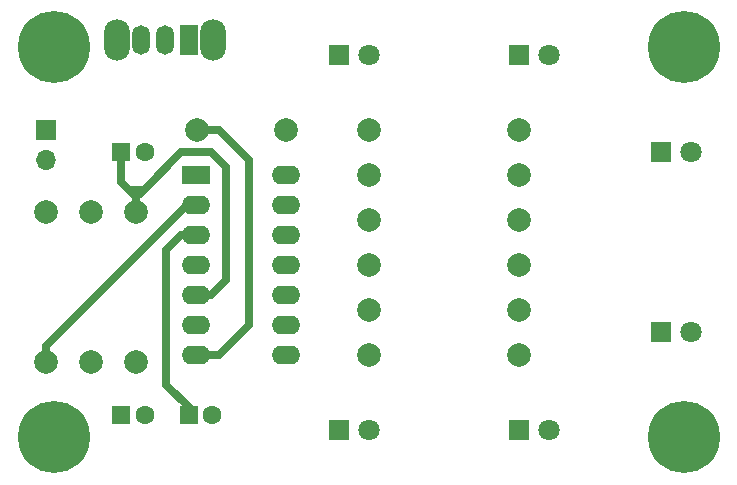
<source format=gbr>
%TF.GenerationSoftware,KiCad,Pcbnew,(5.1.12)-1*%
%TF.CreationDate,2022-01-16T14:32:37+01:00*%
%TF.ProjectId,pcb-luces-led-navidad,7063622d-6c75-4636-9573-2d6c65642d6e,R2*%
%TF.SameCoordinates,PX3072580PY3072580*%
%TF.FileFunction,Copper,L1,Top*%
%TF.FilePolarity,Positive*%
%FSLAX46Y46*%
G04 Gerber Fmt 4.6, Leading zero omitted, Abs format (unit mm)*
G04 Created by KiCad (PCBNEW (5.1.12)-1) date 2022-01-16 14:32:37*
%MOMM*%
%LPD*%
G01*
G04 APERTURE LIST*
%TA.AperFunction,ComponentPad*%
%ADD10C,6.096000*%
%TD*%
%TA.AperFunction,ComponentPad*%
%ADD11R,1.600000X1.600000*%
%TD*%
%TA.AperFunction,ComponentPad*%
%ADD12C,1.600000*%
%TD*%
%TA.AperFunction,ComponentPad*%
%ADD13C,2.000000*%
%TD*%
%TA.AperFunction,ComponentPad*%
%ADD14R,2.400000X1.600000*%
%TD*%
%TA.AperFunction,ComponentPad*%
%ADD15O,2.400000X1.600000*%
%TD*%
%TA.AperFunction,ComponentPad*%
%ADD16R,1.700000X1.700000*%
%TD*%
%TA.AperFunction,ComponentPad*%
%ADD17O,1.700000X1.700000*%
%TD*%
%TA.AperFunction,ComponentPad*%
%ADD18R,1.800000X1.800000*%
%TD*%
%TA.AperFunction,ComponentPad*%
%ADD19C,1.800000*%
%TD*%
%TA.AperFunction,ComponentPad*%
%ADD20R,1.500000X2.500000*%
%TD*%
%TA.AperFunction,ComponentPad*%
%ADD21O,1.500000X2.500000*%
%TD*%
%TA.AperFunction,ComponentPad*%
%ADD22O,2.200000X3.500000*%
%TD*%
%TA.AperFunction,Conductor*%
%ADD23C,0.635000*%
%TD*%
G04 APERTURE END LIST*
D10*
%TO.P,M3,*%
%TO.N,*%
X3175000Y-36195000D03*
%TD*%
%TO.P,M3,*%
%TO.N,*%
X3175000Y-3175000D03*
%TD*%
%TO.P,M3,*%
%TO.N,*%
X56515000Y-36195000D03*
%TD*%
%TO.P,M3,*%
%TO.N,*%
X56515000Y-3175000D03*
%TD*%
D11*
%TO.P,C3,1*%
%TO.N,Net-(C3-Pad1)*%
X8890000Y-12065000D03*
D12*
%TO.P,C3,2*%
%TO.N,GND*%
X10890000Y-12065000D03*
%TD*%
D13*
%TO.P,R3,2*%
%TO.N,Net-(C1-Pad1)*%
X2540000Y-17145000D03*
%TO.P,R3,1*%
%TO.N,Net-(R2-Pad2)*%
X2540000Y-29845000D03*
%TD*%
%TO.P,R9,2*%
%TO.N,Net-(C3-Pad1)*%
X10160000Y-17145000D03*
%TO.P,R9,1*%
%TO.N,Net-(R8-Pad2)*%
X10160000Y-29845000D03*
%TD*%
D14*
%TO.P,U1,1*%
%TO.N,Net-(C1-Pad1)*%
X15240000Y-13970000D03*
D15*
%TO.P,U1,8*%
%TO.N,Net-(R7-Pad2)*%
X22860000Y-29210000D03*
%TO.P,U1,2*%
%TO.N,Net-(R2-Pad2)*%
X15240000Y-16510000D03*
%TO.P,U1,9*%
%TO.N,Net-(R8-Pad2)*%
X22860000Y-26670000D03*
%TO.P,U1,3*%
%TO.N,Net-(C2-Pad1)*%
X15240000Y-19050000D03*
%TO.P,U1,10*%
%TO.N,Net-(R4-Pad2)*%
X22860000Y-24130000D03*
%TO.P,U1,4*%
%TO.N,Net-(R5-Pad2)*%
X15240000Y-21590000D03*
%TO.P,U1,11*%
X22860000Y-21590000D03*
%TO.P,U1,5*%
%TO.N,Net-(C3-Pad1)*%
X15240000Y-24130000D03*
%TO.P,U1,12*%
%TO.N,Net-(R1-Pad2)*%
X22860000Y-19050000D03*
%TO.P,U1,6*%
%TO.N,Net-(R8-Pad2)*%
X15240000Y-26670000D03*
%TO.P,U1,13*%
%TO.N,Net-(R2-Pad2)*%
X22860000Y-16510000D03*
%TO.P,U1,7*%
%TO.N,GND*%
X15240000Y-29210000D03*
%TO.P,U1,14*%
%TO.N,+BATT*%
X22860000Y-13970000D03*
%TD*%
D12*
%TO.P,C1,2*%
%TO.N,GND*%
X10890000Y-34290000D03*
D11*
%TO.P,C1,1*%
%TO.N,Net-(C1-Pad1)*%
X8890000Y-34290000D03*
%TD*%
%TO.P,C2,1*%
%TO.N,Net-(C2-Pad1)*%
X14605000Y-34290000D03*
D12*
%TO.P,C2,2*%
%TO.N,GND*%
X16605000Y-34290000D03*
%TD*%
D13*
%TO.P,C4,1*%
%TO.N,+BATT*%
X22860000Y-10160000D03*
%TO.P,C4,2*%
%TO.N,GND*%
X15360000Y-10160000D03*
%TD*%
%TO.P,R1,1*%
%TO.N,Net-(D2-Pad1)*%
X42545000Y-10160000D03*
%TO.P,R1,2*%
%TO.N,Net-(R1-Pad2)*%
X29845000Y-10160000D03*
%TD*%
%TO.P,R2,1*%
%TO.N,Net-(D1-Pad1)*%
X42545000Y-13970000D03*
%TO.P,R2,2*%
%TO.N,Net-(R2-Pad2)*%
X29845000Y-13970000D03*
%TD*%
%TO.P,R4,2*%
%TO.N,Net-(R4-Pad2)*%
X29845000Y-21590000D03*
%TO.P,R4,1*%
%TO.N,Net-(D4-Pad1)*%
X42545000Y-21590000D03*
%TD*%
%TO.P,R5,2*%
%TO.N,Net-(R5-Pad2)*%
X29845000Y-17780000D03*
%TO.P,R5,1*%
%TO.N,Net-(D3-Pad1)*%
X42545000Y-17780000D03*
%TD*%
%TO.P,R6,1*%
%TO.N,Net-(R5-Pad2)*%
X6350000Y-29845000D03*
%TO.P,R6,2*%
%TO.N,Net-(C2-Pad1)*%
X6350000Y-17145000D03*
%TD*%
%TO.P,R7,1*%
%TO.N,Net-(D6-Pad1)*%
X42545000Y-25400000D03*
%TO.P,R7,2*%
%TO.N,Net-(R7-Pad2)*%
X29845000Y-25400000D03*
%TD*%
%TO.P,R8,1*%
%TO.N,Net-(D5-Pad1)*%
X42545000Y-29210000D03*
%TO.P,R8,2*%
%TO.N,Net-(R8-Pad2)*%
X29845000Y-29210000D03*
%TD*%
D16*
%TO.P,BT1,1*%
%TO.N,Net-(BT1-Pad1)*%
X2540000Y-10160000D03*
D17*
%TO.P,BT1,2*%
%TO.N,GND*%
X2540000Y-12700000D03*
%TD*%
D18*
%TO.P,D1,1*%
%TO.N,Net-(D1-Pad1)*%
X27305000Y-3810000D03*
D19*
%TO.P,D1,2*%
%TO.N,+BATT*%
X29845000Y-3810000D03*
%TD*%
%TO.P,D2,2*%
%TO.N,+BATT*%
X45085000Y-3810000D03*
D18*
%TO.P,D2,1*%
%TO.N,Net-(D2-Pad1)*%
X42545000Y-3810000D03*
%TD*%
%TO.P,D3,1*%
%TO.N,Net-(D3-Pad1)*%
X54610000Y-12065000D03*
D19*
%TO.P,D3,2*%
%TO.N,+BATT*%
X57150000Y-12065000D03*
%TD*%
%TO.P,D4,2*%
%TO.N,+BATT*%
X57150000Y-27305000D03*
D18*
%TO.P,D4,1*%
%TO.N,Net-(D4-Pad1)*%
X54610000Y-27305000D03*
%TD*%
%TO.P,D5,1*%
%TO.N,Net-(D5-Pad1)*%
X42545000Y-35560000D03*
D19*
%TO.P,D5,2*%
%TO.N,+BATT*%
X45085000Y-35560000D03*
%TD*%
%TO.P,D6,2*%
%TO.N,+BATT*%
X29845000Y-35560000D03*
D18*
%TO.P,D6,1*%
%TO.N,Net-(D6-Pad1)*%
X27305000Y-35560000D03*
%TD*%
D20*
%TO.P,SW1,1*%
%TO.N,+BATT*%
X14605000Y-2540000D03*
D21*
%TO.P,SW1,2*%
%TO.N,Net-(BT1-Pad1)*%
X12605000Y-2540000D03*
%TO.P,SW1,3*%
%TO.N,Net-(SW1-Pad3)*%
X10605000Y-2540000D03*
D22*
%TO.P,SW1,*%
%TO.N,*%
X16705000Y-2540000D03*
X8505000Y-2540000D03*
%TD*%
D23*
%TO.N,Net-(R2-Pad2)*%
X2540000Y-28430787D02*
X14460787Y-16510000D01*
X2540000Y-29845000D02*
X2540000Y-28430787D01*
X14460787Y-16510000D02*
X15240000Y-16510000D01*
%TO.N,Net-(C3-Pad1)*%
X16510000Y-24130000D02*
X15240000Y-24130000D01*
X17780000Y-22860000D02*
X16510000Y-24130000D01*
X16510000Y-12065000D02*
X17780000Y-13335000D01*
X13970000Y-12065000D02*
X16510000Y-12065000D01*
X17780000Y-13335000D02*
X17780000Y-22860000D01*
X10160000Y-17145000D02*
X10160000Y-15875000D01*
X8890000Y-12065000D02*
X8890000Y-14605000D01*
X9525000Y-15240000D02*
X10795000Y-15240000D01*
X10160000Y-15875000D02*
X10795000Y-15240000D01*
X8890000Y-14605000D02*
X9525000Y-15240000D01*
X10795000Y-15240000D02*
X13970000Y-12065000D01*
X9525000Y-15240000D02*
X10160000Y-15875000D01*
%TO.N,Net-(C2-Pad1)*%
X14605000Y-34290000D02*
X14605000Y-33655000D01*
X14605000Y-33655000D02*
X12700000Y-31750000D01*
X12700000Y-31750000D02*
X12700000Y-20320000D01*
X13970000Y-19050000D02*
X15240000Y-19050000D01*
X12700000Y-20320000D02*
X13970000Y-19050000D01*
%TO.N,GND*%
X17145000Y-10160000D02*
X15360000Y-10160000D01*
X19685000Y-26670000D02*
X19685000Y-12700000D01*
X17145000Y-29210000D02*
X19685000Y-26670000D01*
X19685000Y-12700000D02*
X17145000Y-10160000D01*
X15240000Y-29210000D02*
X17145000Y-29210000D01*
%TD*%
M02*

</source>
